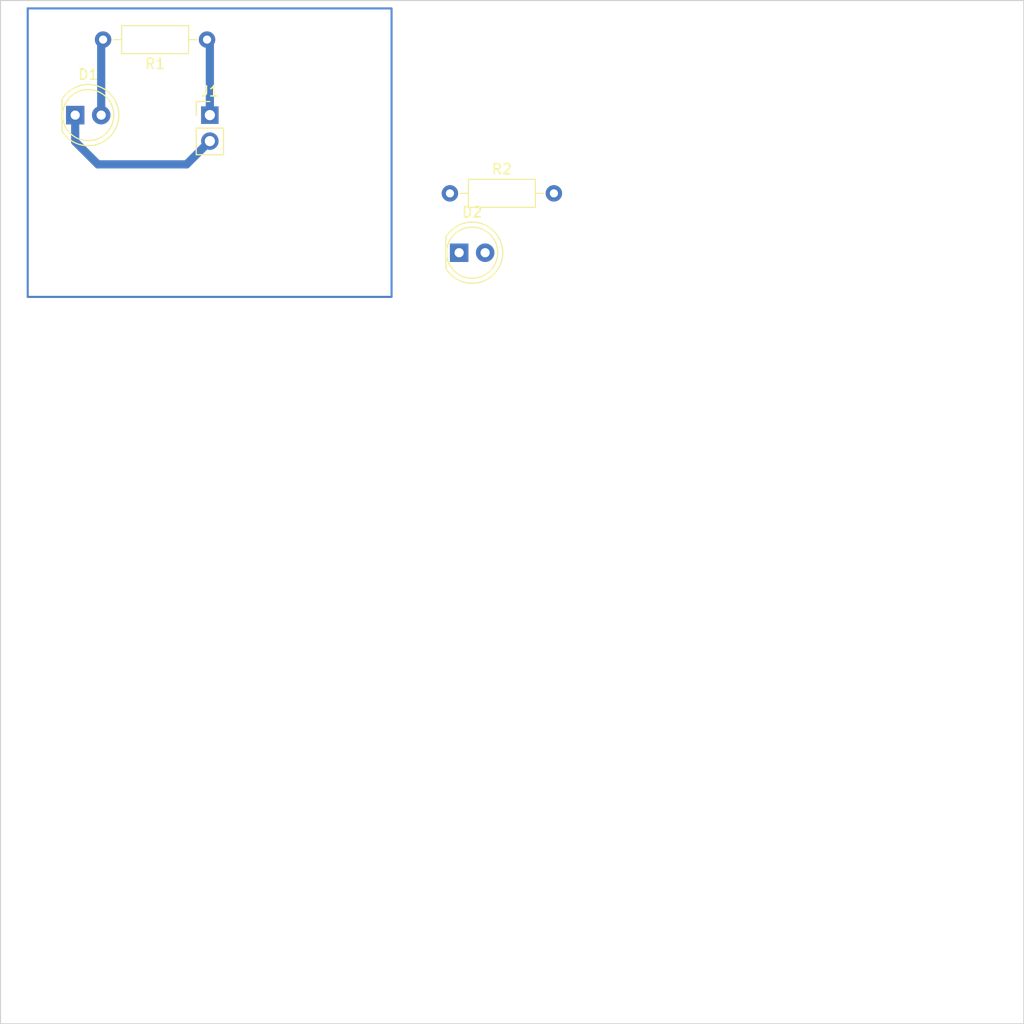
<source format=kicad_pcb>
(kicad_pcb (version 20210722) (generator pcbnew)
  (layers (0 "F.Cu" signal) (31 "B.Cu" signal) (34 "B.Paste" user) (35 "F.Paste" user) (36 "B.SilkS" user "B.Silkscreen") (37 "F.SilkS" user "F.Silkscreen") (38 "B.Mask" user) (39 "F.Mask" user) (44 "Edge.Cuts" user))
  (net 0 "")
  (net 1 "Net-(D1-Pad1)")
  (net 2 "Net-(D1-Pad2)")
  (net 3 "Net-(J1-Pad1)")
  (net 5 "Net-(D2-Pad2)")
  (footprint "Resistor_THT:R_Axial_DIN0207_L6.3mm_D2.5mm_P10.16mm_Horizontal" (layer "F.Cu") (at 75.184 83.82 180)
    (fp_text reference "R1" (at 5.08 -2.37) (layer "F.SilkS"))
    (fp_text value "R")
    (fp_line (start 1.81 -1.37) (end 1.81 1.37) (layer "F.SilkS") (width 0.12))
    (fp_line (start 1.04 0) (end 1.81 0) (layer "F.SilkS") (width 0.12))
    (fp_line (start 8.35 -1.37) (end 1.81 -1.37) (layer "F.SilkS") (width 0.12))
    (fp_line (start 9.12 0) (end 8.35 0) (layer "F.SilkS") (width 0.12))
    (fp_line (start 1.81 1.37) (end 8.35 1.37) (layer "F.SilkS") (width 0.12))
    (fp_line (start 8.35 1.37) (end 8.35 -1.37) (layer "F.SilkS") (width 0.12))
    (pad "1" thru_hole circle locked (at 0 0 180) (size 1.6 1.6) (drill 0.8) (layers *.Cu *.Mask) (net 3 "Net-(J1-Pad1)"))
    (pad "2" thru_hole oval locked (at 10.16 0 180) (size 1.6 1.6) (drill 0.8) (layers *.Cu *.Mask) (net 2 "Net-(D1-Pad2)"))
  )
  (footprint "LED_THT:LED_D5.0mm" (layer "F.Cu") (at 62.3 91.2)
    (fp_text reference "D1" (at 1.27 -3.96) (layer "F.SilkS"))
    (fp_text value "LED")
    (fp_line (start -1.29 -1.545) (end -1.29 1.545) (layer "F.SilkS") (width 0.12))
    (fp_arc (start 1.27 0) (end -1.29 -1.54483) (angle 148.9) (layer "F.SilkS") (width 0.12))
    (fp_arc (start 1.27 0) (end -1.29 1.54483) (angle -148.9) (layer "F.SilkS") (width 0.12))
    (fp_circle (center 1.27 0) (end 3.77 0) (layer "F.SilkS") (width 0.12) (fill none))
    (pad "1" thru_hole rect locked (at 0 0) (size 1.8 1.8) (drill 0.9) (layers *.Cu *.Mask) (net 1 "Net-(D1-Pad1)"))
    (pad "2" thru_hole circle locked (at 2.54 0) (size 1.8 1.8) (drill 0.9) (layers *.Cu *.Mask) (net 2 "Net-(D1-Pad2)"))
  )
  (footprint "Connector_PinHeader_2.54mm:PinHeader_1x02_P2.54mm_Vertical" (layer "F.Cu") (at 75.46 91.2)
    (fp_text reference "J1" (at 0 -2.33) (layer "F.SilkS"))
    (fp_text value "Conn_01x02")
    (fp_line (start -1.33 3.87) (end 1.33 3.87) (layer "F.SilkS") (width 0.12))
    (fp_line (start -1.33 1.27) (end 1.33 1.27) (layer "F.SilkS") (width 0.12))
    (fp_line (start -1.33 -1.33) (end 0 -1.33) (layer "F.SilkS") (width 0.12))
    (fp_line (start -1.33 1.27) (end -1.33 3.87) (layer "F.SilkS") (width 0.12))
    (fp_line (start 1.33 1.27) (end 1.33 3.87) (layer "F.SilkS") (width 0.12))
    (fp_line (start -1.33 0) (end -1.33 -1.33) (layer "F.SilkS") (width 0.12))
    (pad "1" thru_hole rect locked (at 0 0) (size 1.7 1.7) (drill 1) (layers *.Cu *.Mask) (net 3 "Net-(J1-Pad1)"))
    (pad "2" thru_hole oval locked (at 0 2.54) (size 1.7 1.7) (drill 1) (layers *.Cu *.Mask) (net 1 "Net-(D1-Pad1)"))
  )
  (footprint "Resistor_THT:R_Axial_DIN0207_L6.3mm_D2.5mm_P10.16mm_Horizontal" (layer "F.Cu") (at 98.922 98.848)
    (fp_text reference "R2" (at 5.08 -2.37) (layer "F.SilkS"))
    (fp_text value "R")
    (fp_line (start 9.12 0) (end 8.35 0) (layer "F.SilkS") (width 0.12))
    (fp_line (start 1.81 -1.37) (end 1.81 1.37) (layer "F.SilkS") (width 0.12))
    (fp_line (start 8.35 1.37) (end 8.35 -1.37) (layer "F.SilkS") (width 0.12))
    (fp_line (start 1.81 1.37) (end 8.35 1.37) (layer "F.SilkS") (width 0.12))
    (fp_line (start 8.35 -1.37) (end 1.81 -1.37) (layer "F.SilkS") (width 0.12))
    (fp_line (start 1.04 0) (end 1.81 0) (layer "F.SilkS") (width 0.12))
    (pad "1" thru_hole circle locked (at 0 0) (size 1.6 1.6) (drill 0.8) (layers *.Cu *.Mask))
    (pad "2" thru_hole oval locked (at 10.16 0) (size 1.6 1.6) (drill 0.8) (layers *.Cu *.Mask) (net 5 "Net-(D2-Pad2)"))
  )
  (footprint "LED_THT:LED_D5.0mm" (layer "F.Cu") (at 99.822 104.648)
    (fp_text reference "D2" (at 1.27 -3.96) (layer "F.SilkS"))
    (fp_text value "LED")
    (fp_line (start -1.29 -1.545) (end -1.29 1.545) (layer "F.SilkS") (width 0.12))
    (fp_arc (start 1.27 0) (end -1.29 -1.54483) (angle 148.9) (layer "F.SilkS") (width 0.12))
    (fp_arc (start 1.27 0) (end -1.29 1.54483) (angle -148.9) (layer "F.SilkS") (width 0.12))
    (fp_circle (center 1.27 0) (end 3.77 0) (layer "F.SilkS") (width 0.12) (fill none))
    (pad "1" thru_hole rect locked (at 0 0) (size 1.8 1.8) (drill 0.9) (layers *.Cu *.Mask))
    (pad "2" thru_hole circle locked (at 2.54 0) (size 1.8 1.8) (drill 0.9) (layers *.Cu *.Mask) (net 5 "Net-(D2-Pad2)"))
  )
  (gr_rect (start 57.658 80.772) (end 93.218 108.966) (layer "B.Cu") (width 0.2) (fill none))
  (gr_line (start 55 180) (end 55 80) (layer "Edge.Cuts") (width 0.1))
  (gr_line (start 55 80) (end 155 80) (layer "Edge.Cuts") (width 0.1))
  (gr_line (start 155 80) (end 155 180) (layer "Edge.Cuts") (width 0.1))
  (gr_line (start 155 180) (end 55 180) (layer "Edge.Cuts") (width 0.1))
  (segment (start 64.516 96.012) (end 73.188 96.012) (width 0.8) (layer "B.Cu") (net 1))
  (segment (start 73.188 96.012) (end 75.46 93.74) (width 0.8) (layer "B.Cu") (net 1))
  (segment (start 62.3 91.2) (end 62.3 93.796) (width 0.8) (layer "B.Cu") (net 1))
  (segment (start 62.3 93.796) (end 64.516 96.012) (width 0.8) (layer "B.Cu") (net 1))
  (segment (start 64.84 84.004) (end 65.024 83.82) (width 0.8) (layer "B.Cu") (net 2))
  (segment (start 64.84 91.2) (end 64.84 84.004) (width 0.8) (layer "B.Cu") (net 2))
  (segment (start 75.46 84.096) (end 75.184 83.82) (width 0.8) (layer "B.Cu") (net 3))
  (segment (start 75.46 91.2) (end 75.46 84.096) (width 0.8) (layer "B.Cu") (net 3))
)
</source>
